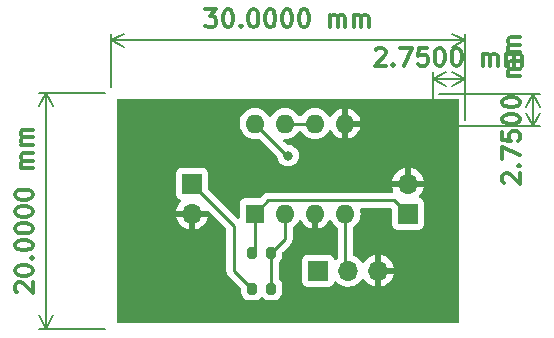
<source format=gtl>
%TF.GenerationSoftware,KiCad,Pcbnew,(6.0.9)*%
%TF.CreationDate,2022-12-02T17:41:07+09:00*%
%TF.ProjectId,inverting_amplifier_circuirt,696e7665-7274-4696-9e67-5f616d706c69,0*%
%TF.SameCoordinates,Original*%
%TF.FileFunction,Copper,L1,Top*%
%TF.FilePolarity,Positive*%
%FSLAX46Y46*%
G04 Gerber Fmt 4.6, Leading zero omitted, Abs format (unit mm)*
G04 Created by KiCad (PCBNEW (6.0.9)) date 2022-12-02 17:41:07*
%MOMM*%
%LPD*%
G01*
G04 APERTURE LIST*
G04 Aperture macros list*
%AMRoundRect*
0 Rectangle with rounded corners*
0 $1 Rounding radius*
0 $2 $3 $4 $5 $6 $7 $8 $9 X,Y pos of 4 corners*
0 Add a 4 corners polygon primitive as box body*
4,1,4,$2,$3,$4,$5,$6,$7,$8,$9,$2,$3,0*
0 Add four circle primitives for the rounded corners*
1,1,$1+$1,$2,$3*
1,1,$1+$1,$4,$5*
1,1,$1+$1,$6,$7*
1,1,$1+$1,$8,$9*
0 Add four rect primitives between the rounded corners*
20,1,$1+$1,$2,$3,$4,$5,0*
20,1,$1+$1,$4,$5,$6,$7,0*
20,1,$1+$1,$6,$7,$8,$9,0*
20,1,$1+$1,$8,$9,$2,$3,0*%
G04 Aperture macros list end*
%ADD10C,0.300000*%
%TA.AperFunction,NonConductor*%
%ADD11C,0.300000*%
%TD*%
%TA.AperFunction,NonConductor*%
%ADD12C,0.200000*%
%TD*%
%TA.AperFunction,ComponentPad*%
%ADD13R,1.600000X1.600000*%
%TD*%
%TA.AperFunction,ComponentPad*%
%ADD14O,1.600000X1.600000*%
%TD*%
%TA.AperFunction,SMDPad,CuDef*%
%ADD15RoundRect,0.200000X0.200000X0.275000X-0.200000X0.275000X-0.200000X-0.275000X0.200000X-0.275000X0*%
%TD*%
%TA.AperFunction,SMDPad,CuDef*%
%ADD16RoundRect,0.200000X-0.200000X-0.275000X0.200000X-0.275000X0.200000X0.275000X-0.200000X0.275000X0*%
%TD*%
%TA.AperFunction,ComponentPad*%
%ADD17R,1.700000X1.700000*%
%TD*%
%TA.AperFunction,ComponentPad*%
%ADD18O,1.700000X1.700000*%
%TD*%
%TA.AperFunction,ComponentPad*%
%ADD19C,3.500000*%
%TD*%
%TA.AperFunction,ViaPad*%
%ADD20C,0.800000*%
%TD*%
%TA.AperFunction,Conductor*%
%ADD21C,0.250000*%
%TD*%
G04 APERTURE END LIST*
D10*
D11*
X149660714Y-60021428D02*
X149732142Y-59950000D01*
X149875000Y-59878571D01*
X150232142Y-59878571D01*
X150375000Y-59950000D01*
X150446428Y-60021428D01*
X150517857Y-60164285D01*
X150517857Y-60307142D01*
X150446428Y-60521428D01*
X149589285Y-61378571D01*
X150517857Y-61378571D01*
X151160714Y-61235714D02*
X151232142Y-61307142D01*
X151160714Y-61378571D01*
X151089285Y-61307142D01*
X151160714Y-61235714D01*
X151160714Y-61378571D01*
X151732142Y-59878571D02*
X152732142Y-59878571D01*
X152089285Y-61378571D01*
X154017857Y-59878571D02*
X153303571Y-59878571D01*
X153232142Y-60592857D01*
X153303571Y-60521428D01*
X153446428Y-60450000D01*
X153803571Y-60450000D01*
X153946428Y-60521428D01*
X154017857Y-60592857D01*
X154089285Y-60735714D01*
X154089285Y-61092857D01*
X154017857Y-61235714D01*
X153946428Y-61307142D01*
X153803571Y-61378571D01*
X153446428Y-61378571D01*
X153303571Y-61307142D01*
X153232142Y-61235714D01*
X155017857Y-59878571D02*
X155160714Y-59878571D01*
X155303571Y-59950000D01*
X155375000Y-60021428D01*
X155446428Y-60164285D01*
X155517857Y-60450000D01*
X155517857Y-60807142D01*
X155446428Y-61092857D01*
X155375000Y-61235714D01*
X155303571Y-61307142D01*
X155160714Y-61378571D01*
X155017857Y-61378571D01*
X154875000Y-61307142D01*
X154803571Y-61235714D01*
X154732142Y-61092857D01*
X154660714Y-60807142D01*
X154660714Y-60450000D01*
X154732142Y-60164285D01*
X154803571Y-60021428D01*
X154875000Y-59950000D01*
X155017857Y-59878571D01*
X156446428Y-59878571D02*
X156589285Y-59878571D01*
X156732142Y-59950000D01*
X156803571Y-60021428D01*
X156875000Y-60164285D01*
X156946428Y-60450000D01*
X156946428Y-60807142D01*
X156875000Y-61092857D01*
X156803571Y-61235714D01*
X156732142Y-61307142D01*
X156589285Y-61378571D01*
X156446428Y-61378571D01*
X156303571Y-61307142D01*
X156232142Y-61235714D01*
X156160714Y-61092857D01*
X156089285Y-60807142D01*
X156089285Y-60450000D01*
X156160714Y-60164285D01*
X156232142Y-60021428D01*
X156303571Y-59950000D01*
X156446428Y-59878571D01*
X158732142Y-61378571D02*
X158732142Y-60378571D01*
X158732142Y-60521428D02*
X158803571Y-60450000D01*
X158946428Y-60378571D01*
X159160714Y-60378571D01*
X159303571Y-60450000D01*
X159375000Y-60592857D01*
X159375000Y-61378571D01*
X159375000Y-60592857D02*
X159446428Y-60450000D01*
X159589285Y-60378571D01*
X159803571Y-60378571D01*
X159946428Y-60450000D01*
X160017857Y-60592857D01*
X160017857Y-61378571D01*
X160732142Y-61378571D02*
X160732142Y-60378571D01*
X160732142Y-60521428D02*
X160803571Y-60450000D01*
X160946428Y-60378571D01*
X161160714Y-60378571D01*
X161303571Y-60450000D01*
X161375000Y-60592857D01*
X161375000Y-61378571D01*
X161375000Y-60592857D02*
X161446428Y-60450000D01*
X161589285Y-60378571D01*
X161803571Y-60378571D01*
X161946428Y-60450000D01*
X162017857Y-60592857D01*
X162017857Y-61378571D01*
D12*
X154500000Y-66000000D02*
X154500000Y-61913580D01*
X157250000Y-66000000D02*
X157250000Y-61913580D01*
X154500000Y-62500000D02*
X157250000Y-62500000D01*
X154500000Y-62500000D02*
X157250000Y-62500000D01*
X154500000Y-62500000D02*
X155626504Y-63086421D01*
X154500000Y-62500000D02*
X155626504Y-61913579D01*
X157250000Y-62500000D02*
X156123496Y-61913579D01*
X157250000Y-62500000D02*
X156123496Y-63086421D01*
D10*
D11*
X160521428Y-71339285D02*
X160450000Y-71267857D01*
X160378571Y-71125000D01*
X160378571Y-70767857D01*
X160450000Y-70625000D01*
X160521428Y-70553571D01*
X160664285Y-70482142D01*
X160807142Y-70482142D01*
X161021428Y-70553571D01*
X161878571Y-71410714D01*
X161878571Y-70482142D01*
X161735714Y-69839285D02*
X161807142Y-69767857D01*
X161878571Y-69839285D01*
X161807142Y-69910714D01*
X161735714Y-69839285D01*
X161878571Y-69839285D01*
X160378571Y-69267857D02*
X160378571Y-68267857D01*
X161878571Y-68910714D01*
X160378571Y-66982142D02*
X160378571Y-67696428D01*
X161092857Y-67767857D01*
X161021428Y-67696428D01*
X160950000Y-67553571D01*
X160950000Y-67196428D01*
X161021428Y-67053571D01*
X161092857Y-66982142D01*
X161235714Y-66910714D01*
X161592857Y-66910714D01*
X161735714Y-66982142D01*
X161807142Y-67053571D01*
X161878571Y-67196428D01*
X161878571Y-67553571D01*
X161807142Y-67696428D01*
X161735714Y-67767857D01*
X160378571Y-65982142D02*
X160378571Y-65839285D01*
X160450000Y-65696428D01*
X160521428Y-65625000D01*
X160664285Y-65553571D01*
X160950000Y-65482142D01*
X161307142Y-65482142D01*
X161592857Y-65553571D01*
X161735714Y-65625000D01*
X161807142Y-65696428D01*
X161878571Y-65839285D01*
X161878571Y-65982142D01*
X161807142Y-66125000D01*
X161735714Y-66196428D01*
X161592857Y-66267857D01*
X161307142Y-66339285D01*
X160950000Y-66339285D01*
X160664285Y-66267857D01*
X160521428Y-66196428D01*
X160450000Y-66125000D01*
X160378571Y-65982142D01*
X160378571Y-64553571D02*
X160378571Y-64410714D01*
X160450000Y-64267857D01*
X160521428Y-64196428D01*
X160664285Y-64125000D01*
X160950000Y-64053571D01*
X161307142Y-64053571D01*
X161592857Y-64125000D01*
X161735714Y-64196428D01*
X161807142Y-64267857D01*
X161878571Y-64410714D01*
X161878571Y-64553571D01*
X161807142Y-64696428D01*
X161735714Y-64767857D01*
X161592857Y-64839285D01*
X161307142Y-64910714D01*
X160950000Y-64910714D01*
X160664285Y-64839285D01*
X160521428Y-64767857D01*
X160450000Y-64696428D01*
X160378571Y-64553571D01*
X161878571Y-62267857D02*
X160878571Y-62267857D01*
X161021428Y-62267857D02*
X160950000Y-62196428D01*
X160878571Y-62053571D01*
X160878571Y-61839285D01*
X160950000Y-61696428D01*
X161092857Y-61625000D01*
X161878571Y-61625000D01*
X161092857Y-61625000D02*
X160950000Y-61553571D01*
X160878571Y-61410714D01*
X160878571Y-61196428D01*
X160950000Y-61053571D01*
X161092857Y-60982142D01*
X161878571Y-60982142D01*
X161878571Y-60267857D02*
X160878571Y-60267857D01*
X161021428Y-60267857D02*
X160950000Y-60196428D01*
X160878571Y-60053571D01*
X160878571Y-59839285D01*
X160950000Y-59696428D01*
X161092857Y-59625000D01*
X161878571Y-59625000D01*
X161092857Y-59625000D02*
X160950000Y-59553571D01*
X160878571Y-59410714D01*
X160878571Y-59196428D01*
X160950000Y-59053571D01*
X161092857Y-58982142D01*
X161878571Y-58982142D01*
D12*
X155000000Y-66500000D02*
X163586420Y-66500000D01*
X155000000Y-63750000D02*
X163586420Y-63750000D01*
X163000000Y-66500000D02*
X163000000Y-63750000D01*
X163000000Y-66500000D02*
X163000000Y-63750000D01*
X163000000Y-66500000D02*
X163586421Y-65373496D01*
X163000000Y-66500000D02*
X162413579Y-65373496D01*
X163000000Y-63750000D02*
X162413579Y-64876504D01*
X163000000Y-63750000D02*
X163586421Y-64876504D01*
D10*
D11*
X119271428Y-80588571D02*
X119200000Y-80517142D01*
X119128571Y-80374285D01*
X119128571Y-80017142D01*
X119200000Y-79874285D01*
X119271428Y-79802857D01*
X119414285Y-79731428D01*
X119557142Y-79731428D01*
X119771428Y-79802857D01*
X120628571Y-80660000D01*
X120628571Y-79731428D01*
X119128571Y-78802857D02*
X119128571Y-78660000D01*
X119200000Y-78517142D01*
X119271428Y-78445714D01*
X119414285Y-78374285D01*
X119700000Y-78302857D01*
X120057142Y-78302857D01*
X120342857Y-78374285D01*
X120485714Y-78445714D01*
X120557142Y-78517142D01*
X120628571Y-78660000D01*
X120628571Y-78802857D01*
X120557142Y-78945714D01*
X120485714Y-79017142D01*
X120342857Y-79088571D01*
X120057142Y-79160000D01*
X119700000Y-79160000D01*
X119414285Y-79088571D01*
X119271428Y-79017142D01*
X119200000Y-78945714D01*
X119128571Y-78802857D01*
X120485714Y-77660000D02*
X120557142Y-77588571D01*
X120628571Y-77660000D01*
X120557142Y-77731428D01*
X120485714Y-77660000D01*
X120628571Y-77660000D01*
X119128571Y-76660000D02*
X119128571Y-76517142D01*
X119200000Y-76374285D01*
X119271428Y-76302857D01*
X119414285Y-76231428D01*
X119700000Y-76160000D01*
X120057142Y-76160000D01*
X120342857Y-76231428D01*
X120485714Y-76302857D01*
X120557142Y-76374285D01*
X120628571Y-76517142D01*
X120628571Y-76660000D01*
X120557142Y-76802857D01*
X120485714Y-76874285D01*
X120342857Y-76945714D01*
X120057142Y-77017142D01*
X119700000Y-77017142D01*
X119414285Y-76945714D01*
X119271428Y-76874285D01*
X119200000Y-76802857D01*
X119128571Y-76660000D01*
X119128571Y-75231428D02*
X119128571Y-75088571D01*
X119200000Y-74945714D01*
X119271428Y-74874285D01*
X119414285Y-74802857D01*
X119700000Y-74731428D01*
X120057142Y-74731428D01*
X120342857Y-74802857D01*
X120485714Y-74874285D01*
X120557142Y-74945714D01*
X120628571Y-75088571D01*
X120628571Y-75231428D01*
X120557142Y-75374285D01*
X120485714Y-75445714D01*
X120342857Y-75517142D01*
X120057142Y-75588571D01*
X119700000Y-75588571D01*
X119414285Y-75517142D01*
X119271428Y-75445714D01*
X119200000Y-75374285D01*
X119128571Y-75231428D01*
X119128571Y-73802857D02*
X119128571Y-73660000D01*
X119200000Y-73517142D01*
X119271428Y-73445714D01*
X119414285Y-73374285D01*
X119700000Y-73302857D01*
X120057142Y-73302857D01*
X120342857Y-73374285D01*
X120485714Y-73445714D01*
X120557142Y-73517142D01*
X120628571Y-73660000D01*
X120628571Y-73802857D01*
X120557142Y-73945714D01*
X120485714Y-74017142D01*
X120342857Y-74088571D01*
X120057142Y-74160000D01*
X119700000Y-74160000D01*
X119414285Y-74088571D01*
X119271428Y-74017142D01*
X119200000Y-73945714D01*
X119128571Y-73802857D01*
X119128571Y-72374285D02*
X119128571Y-72231428D01*
X119200000Y-72088571D01*
X119271428Y-72017142D01*
X119414285Y-71945714D01*
X119700000Y-71874285D01*
X120057142Y-71874285D01*
X120342857Y-71945714D01*
X120485714Y-72017142D01*
X120557142Y-72088571D01*
X120628571Y-72231428D01*
X120628571Y-72374285D01*
X120557142Y-72517142D01*
X120485714Y-72588571D01*
X120342857Y-72660000D01*
X120057142Y-72731428D01*
X119700000Y-72731428D01*
X119414285Y-72660000D01*
X119271428Y-72588571D01*
X119200000Y-72517142D01*
X119128571Y-72374285D01*
X120628571Y-70088571D02*
X119628571Y-70088571D01*
X119771428Y-70088571D02*
X119700000Y-70017142D01*
X119628571Y-69874285D01*
X119628571Y-69660000D01*
X119700000Y-69517142D01*
X119842857Y-69445714D01*
X120628571Y-69445714D01*
X119842857Y-69445714D02*
X119700000Y-69374285D01*
X119628571Y-69231428D01*
X119628571Y-69017142D01*
X119700000Y-68874285D01*
X119842857Y-68802857D01*
X120628571Y-68802857D01*
X120628571Y-68088571D02*
X119628571Y-68088571D01*
X119771428Y-68088571D02*
X119700000Y-68017142D01*
X119628571Y-67874285D01*
X119628571Y-67660000D01*
X119700000Y-67517142D01*
X119842857Y-67445714D01*
X120628571Y-67445714D01*
X119842857Y-67445714D02*
X119700000Y-67374285D01*
X119628571Y-67231428D01*
X119628571Y-67017142D01*
X119700000Y-66874285D01*
X119842857Y-66802857D01*
X120628571Y-66802857D01*
D12*
X126740000Y-63660000D02*
X121163580Y-63660000D01*
X126740000Y-83660000D02*
X121163580Y-83660000D01*
X121750000Y-63660000D02*
X121750000Y-83660000D01*
X121750000Y-63660000D02*
X121750000Y-83660000D01*
X121750000Y-63660000D02*
X121163579Y-64786504D01*
X121750000Y-63660000D02*
X122336421Y-64786504D01*
X121750000Y-83660000D02*
X122336421Y-82533496D01*
X121750000Y-83660000D02*
X121163579Y-82533496D01*
D10*
D11*
X135240000Y-56628571D02*
X136168571Y-56628571D01*
X135668571Y-57200000D01*
X135882857Y-57200000D01*
X136025714Y-57271428D01*
X136097142Y-57342857D01*
X136168571Y-57485714D01*
X136168571Y-57842857D01*
X136097142Y-57985714D01*
X136025714Y-58057142D01*
X135882857Y-58128571D01*
X135454285Y-58128571D01*
X135311428Y-58057142D01*
X135240000Y-57985714D01*
X137097142Y-56628571D02*
X137240000Y-56628571D01*
X137382857Y-56700000D01*
X137454285Y-56771428D01*
X137525714Y-56914285D01*
X137597142Y-57200000D01*
X137597142Y-57557142D01*
X137525714Y-57842857D01*
X137454285Y-57985714D01*
X137382857Y-58057142D01*
X137240000Y-58128571D01*
X137097142Y-58128571D01*
X136954285Y-58057142D01*
X136882857Y-57985714D01*
X136811428Y-57842857D01*
X136740000Y-57557142D01*
X136740000Y-57200000D01*
X136811428Y-56914285D01*
X136882857Y-56771428D01*
X136954285Y-56700000D01*
X137097142Y-56628571D01*
X138240000Y-57985714D02*
X138311428Y-58057142D01*
X138240000Y-58128571D01*
X138168571Y-58057142D01*
X138240000Y-57985714D01*
X138240000Y-58128571D01*
X139240000Y-56628571D02*
X139382857Y-56628571D01*
X139525714Y-56700000D01*
X139597142Y-56771428D01*
X139668571Y-56914285D01*
X139740000Y-57200000D01*
X139740000Y-57557142D01*
X139668571Y-57842857D01*
X139597142Y-57985714D01*
X139525714Y-58057142D01*
X139382857Y-58128571D01*
X139240000Y-58128571D01*
X139097142Y-58057142D01*
X139025714Y-57985714D01*
X138954285Y-57842857D01*
X138882857Y-57557142D01*
X138882857Y-57200000D01*
X138954285Y-56914285D01*
X139025714Y-56771428D01*
X139097142Y-56700000D01*
X139240000Y-56628571D01*
X140668571Y-56628571D02*
X140811428Y-56628571D01*
X140954285Y-56700000D01*
X141025714Y-56771428D01*
X141097142Y-56914285D01*
X141168571Y-57200000D01*
X141168571Y-57557142D01*
X141097142Y-57842857D01*
X141025714Y-57985714D01*
X140954285Y-58057142D01*
X140811428Y-58128571D01*
X140668571Y-58128571D01*
X140525714Y-58057142D01*
X140454285Y-57985714D01*
X140382857Y-57842857D01*
X140311428Y-57557142D01*
X140311428Y-57200000D01*
X140382857Y-56914285D01*
X140454285Y-56771428D01*
X140525714Y-56700000D01*
X140668571Y-56628571D01*
X142097142Y-56628571D02*
X142240000Y-56628571D01*
X142382857Y-56700000D01*
X142454285Y-56771428D01*
X142525714Y-56914285D01*
X142597142Y-57200000D01*
X142597142Y-57557142D01*
X142525714Y-57842857D01*
X142454285Y-57985714D01*
X142382857Y-58057142D01*
X142240000Y-58128571D01*
X142097142Y-58128571D01*
X141954285Y-58057142D01*
X141882857Y-57985714D01*
X141811428Y-57842857D01*
X141740000Y-57557142D01*
X141740000Y-57200000D01*
X141811428Y-56914285D01*
X141882857Y-56771428D01*
X141954285Y-56700000D01*
X142097142Y-56628571D01*
X143525714Y-56628571D02*
X143668571Y-56628571D01*
X143811428Y-56700000D01*
X143882857Y-56771428D01*
X143954285Y-56914285D01*
X144025714Y-57200000D01*
X144025714Y-57557142D01*
X143954285Y-57842857D01*
X143882857Y-57985714D01*
X143811428Y-58057142D01*
X143668571Y-58128571D01*
X143525714Y-58128571D01*
X143382857Y-58057142D01*
X143311428Y-57985714D01*
X143240000Y-57842857D01*
X143168571Y-57557142D01*
X143168571Y-57200000D01*
X143240000Y-56914285D01*
X143311428Y-56771428D01*
X143382857Y-56700000D01*
X143525714Y-56628571D01*
X145811428Y-58128571D02*
X145811428Y-57128571D01*
X145811428Y-57271428D02*
X145882857Y-57200000D01*
X146025714Y-57128571D01*
X146240000Y-57128571D01*
X146382857Y-57200000D01*
X146454285Y-57342857D01*
X146454285Y-58128571D01*
X146454285Y-57342857D02*
X146525714Y-57200000D01*
X146668571Y-57128571D01*
X146882857Y-57128571D01*
X147025714Y-57200000D01*
X147097142Y-57342857D01*
X147097142Y-58128571D01*
X147811428Y-58128571D02*
X147811428Y-57128571D01*
X147811428Y-57271428D02*
X147882857Y-57200000D01*
X148025714Y-57128571D01*
X148240000Y-57128571D01*
X148382857Y-57200000D01*
X148454285Y-57342857D01*
X148454285Y-58128571D01*
X148454285Y-57342857D02*
X148525714Y-57200000D01*
X148668571Y-57128571D01*
X148882857Y-57128571D01*
X149025714Y-57200000D01*
X149097142Y-57342857D01*
X149097142Y-58128571D01*
D12*
X127240000Y-63160000D02*
X127240000Y-58663580D01*
X157240000Y-63160000D02*
X157240000Y-58663580D01*
X127240000Y-59250000D02*
X157240000Y-59250000D01*
X127240000Y-59250000D02*
X157240000Y-59250000D01*
X127240000Y-59250000D02*
X128366504Y-59836421D01*
X127240000Y-59250000D02*
X128366504Y-58663579D01*
X157240000Y-59250000D02*
X156113496Y-58663579D01*
X157240000Y-59250000D02*
X156113496Y-59836421D01*
D13*
%TO.P,U1,1*%
%TO.N,Net-(J2-Pad1)*%
X139456000Y-73904000D03*
D14*
%TO.P,U1,2,-*%
%TO.N,Net-(R1-Pad2)*%
X141996000Y-73904000D03*
%TO.P,U1,3,+*%
%TO.N,GND*%
X144536000Y-73904000D03*
%TO.P,U1,4,V-*%
%TO.N,-12V*%
X147076000Y-73904000D03*
%TO.P,U1,5,+*%
%TO.N,GND*%
X147076000Y-66284000D03*
%TO.P,U1,6,-*%
%TO.N,Net-(U1-Pad6)*%
X144536000Y-66284000D03*
%TO.P,U1,7*%
X141996000Y-66284000D03*
%TO.P,U1,8,V+*%
%TO.N,+12V*%
X139456000Y-66284000D03*
%TD*%
D15*
%TO.P,R2,1*%
%TO.N,Net-(R1-Pad2)*%
X140842000Y-80264000D03*
%TO.P,R2,2*%
%TO.N,Net-(J1-Pad1)*%
X139192000Y-80264000D03*
%TD*%
D16*
%TO.P,R1,1*%
%TO.N,Net-(J2-Pad1)*%
X139192000Y-77216000D03*
%TO.P,R1,2*%
%TO.N,Net-(R1-Pad2)*%
X140842000Y-77216000D03*
%TD*%
D17*
%TO.P,J3,1,Pin_1*%
%TO.N,+12V*%
X144795000Y-78740000D03*
D18*
%TO.P,J3,2,Pin_2*%
%TO.N,-12V*%
X147335000Y-78740000D03*
%TO.P,J3,3,Pin_3*%
%TO.N,GND*%
X149875000Y-78740000D03*
%TD*%
D17*
%TO.P,J2,1,Pin_1*%
%TO.N,Net-(J2-Pad1)*%
X152400000Y-73919000D03*
D18*
%TO.P,J2,2,Pin_2*%
%TO.N,GND*%
X152400000Y-71379000D03*
%TD*%
%TO.P,J1,2,Pin_2*%
%TO.N,GND*%
X134112000Y-73909000D03*
D17*
%TO.P,J1,1,Pin_1*%
%TO.N,Net-(J1-Pad1)*%
X134112000Y-71369000D03*
%TD*%
D19*
%TO.P,REF2,1*%
%TO.N,GND*%
X154500000Y-66500000D03*
%TD*%
%TO.P,REF3,1*%
%TO.N,GND*%
X130000000Y-81000000D03*
%TD*%
%TO.P,REF4,1*%
%TO.N,GND*%
X154500000Y-80750000D03*
%TD*%
%TO.P,REF1,1*%
%TO.N,GND*%
X130000000Y-66500000D03*
%TD*%
D20*
%TO.N,+12V*%
X142250000Y-69000000D03*
%TO.N,GND*%
X131000000Y-71500000D03*
X129000000Y-71500000D03*
X129000000Y-73500000D03*
X131000000Y-73500000D03*
X131000000Y-75500000D03*
X129000000Y-75500000D03*
X129000000Y-77500000D03*
X131000000Y-77500000D03*
X151500000Y-67750000D03*
X149750000Y-67750000D03*
X155000000Y-76750000D03*
X151250000Y-81750000D03*
X133000000Y-81000000D03*
X135000000Y-79250000D03*
X133000000Y-79250000D03*
X135000000Y-77500000D03*
X133000000Y-77500000D03*
X151500000Y-66000000D03*
X149750000Y-66000000D03*
X133750000Y-67500000D03*
X136000000Y-67500000D03*
X136000000Y-65500000D03*
X133750000Y-65500000D03*
X155000000Y-74750000D03*
X155000000Y-72750000D03*
X155000000Y-70750000D03*
X149250000Y-81750000D03*
X147250000Y-81750000D03*
%TD*%
D21*
%TO.N,+12V*%
X142250000Y-69000000D02*
X142172000Y-69000000D01*
X142172000Y-69000000D02*
X139456000Y-66284000D01*
%TO.N,Net-(R1-Pad2)*%
X140842000Y-80264000D02*
X140842000Y-77216000D01*
%TO.N,-12V*%
X147076000Y-78481000D02*
X147335000Y-78740000D01*
X147076000Y-73904000D02*
X147076000Y-78481000D01*
%TO.N,Net-(U1-Pad6)*%
X141996000Y-66284000D02*
X144536000Y-66284000D01*
%TO.N,Net-(R1-Pad2)*%
X141996000Y-76062000D02*
X141996000Y-73904000D01*
X140842000Y-77216000D02*
X141996000Y-76062000D01*
%TO.N,Net-(J2-Pad1)*%
X139192000Y-77216000D02*
X139456000Y-76952000D01*
X139456000Y-76952000D02*
X139456000Y-73904000D01*
%TO.N,Net-(J1-Pad1)*%
X137668000Y-74925000D02*
X137668000Y-78740000D01*
X137668000Y-78740000D02*
X139192000Y-80264000D01*
X134112000Y-71369000D02*
X137668000Y-74925000D01*
%TO.N,Net-(J2-Pad1)*%
X140581000Y-72779000D02*
X151260000Y-72779000D01*
X151260000Y-72779000D02*
X152400000Y-73919000D01*
X139456000Y-73904000D02*
X140581000Y-72779000D01*
%TD*%
%TA.AperFunction,Conductor*%
%TO.N,GND*%
G36*
X129151022Y-64188502D02*
G01*
X129197515Y-64242158D01*
X129207619Y-64312432D01*
X129178125Y-64377012D01*
X129133827Y-64408957D01*
X129134047Y-64409404D01*
X129131389Y-64410715D01*
X129131121Y-64410908D01*
X129130347Y-64411228D01*
X128872282Y-64538492D01*
X128865145Y-64542613D01*
X128625901Y-64702470D01*
X128619361Y-64707488D01*
X128604926Y-64720147D01*
X128596528Y-64733386D01*
X128602362Y-64743151D01*
X129987190Y-66127980D01*
X130001131Y-66135592D01*
X130002966Y-66135461D01*
X130009580Y-66131210D01*
X131395884Y-64744905D01*
X131403399Y-64731144D01*
X131396941Y-64721784D01*
X131380639Y-64707488D01*
X131374099Y-64702470D01*
X131134856Y-64542613D01*
X131127719Y-64538492D01*
X130869653Y-64411229D01*
X130868879Y-64410908D01*
X130868684Y-64410751D01*
X130865953Y-64409404D01*
X130866254Y-64408793D01*
X130813599Y-64366359D01*
X130791179Y-64298996D01*
X130808738Y-64230204D01*
X130860701Y-64181827D01*
X130917099Y-64168500D01*
X153582901Y-64168500D01*
X153651022Y-64188502D01*
X153697515Y-64242158D01*
X153707619Y-64312432D01*
X153678125Y-64377012D01*
X153633827Y-64408957D01*
X153634047Y-64409404D01*
X153631389Y-64410715D01*
X153631121Y-64410908D01*
X153630347Y-64411228D01*
X153372282Y-64538492D01*
X153365145Y-64542613D01*
X153125901Y-64702470D01*
X153119361Y-64707488D01*
X153104926Y-64720147D01*
X153096528Y-64733386D01*
X153102362Y-64743151D01*
X154487190Y-66127980D01*
X154501131Y-66135592D01*
X154502966Y-66135461D01*
X154509580Y-66131210D01*
X155895884Y-64744905D01*
X155903399Y-64731144D01*
X155896941Y-64721784D01*
X155880639Y-64707488D01*
X155874099Y-64702470D01*
X155634856Y-64542613D01*
X155627719Y-64538492D01*
X155369653Y-64411229D01*
X155368879Y-64410908D01*
X155368684Y-64410751D01*
X155365953Y-64409404D01*
X155366254Y-64408793D01*
X155313599Y-64366359D01*
X155291179Y-64298996D01*
X155308738Y-64230204D01*
X155360701Y-64181827D01*
X155417099Y-64168500D01*
X156605500Y-64168500D01*
X156673621Y-64188502D01*
X156720114Y-64242158D01*
X156731500Y-64294500D01*
X156731500Y-65379388D01*
X156711498Y-65447509D01*
X156657842Y-65494002D01*
X156587568Y-65504106D01*
X156522988Y-65474612D01*
X156492494Y-65435116D01*
X156461508Y-65372282D01*
X156457387Y-65365145D01*
X156297530Y-65125901D01*
X156292512Y-65119361D01*
X156279853Y-65104926D01*
X156266614Y-65096528D01*
X156256849Y-65102362D01*
X154872020Y-66487190D01*
X154864408Y-66501131D01*
X154864539Y-66502966D01*
X154868790Y-66509580D01*
X156255095Y-67895884D01*
X156268856Y-67903399D01*
X156278216Y-67896941D01*
X156292512Y-67880639D01*
X156297530Y-67874099D01*
X156457387Y-67634855D01*
X156461508Y-67627718D01*
X156492494Y-67564884D01*
X156540562Y-67512635D01*
X156609248Y-67494668D01*
X156676744Y-67516687D01*
X156721620Y-67571702D01*
X156731500Y-67620612D01*
X156731500Y-79629388D01*
X156711498Y-79697509D01*
X156657842Y-79744002D01*
X156587568Y-79754106D01*
X156522988Y-79724612D01*
X156492494Y-79685116D01*
X156461508Y-79622282D01*
X156457387Y-79615145D01*
X156297530Y-79375901D01*
X156292512Y-79369361D01*
X156279853Y-79354926D01*
X156266614Y-79346528D01*
X156256849Y-79352362D01*
X154872020Y-80737190D01*
X154864408Y-80751131D01*
X154864539Y-80752966D01*
X154868790Y-80759580D01*
X156255095Y-82145884D01*
X156268856Y-82153399D01*
X156278216Y-82146941D01*
X156292512Y-82130639D01*
X156297530Y-82124099D01*
X156457387Y-81884855D01*
X156461508Y-81877718D01*
X156492494Y-81814884D01*
X156540562Y-81762635D01*
X156609248Y-81744668D01*
X156676744Y-81766687D01*
X156721620Y-81821702D01*
X156731500Y-81870612D01*
X156731500Y-83025500D01*
X156711498Y-83093621D01*
X156657842Y-83140114D01*
X156605500Y-83151500D01*
X155213229Y-83151500D01*
X155145108Y-83131498D01*
X155098615Y-83077842D01*
X155088511Y-83007568D01*
X155118005Y-82942988D01*
X155172728Y-82906187D01*
X155362047Y-82841922D01*
X155369651Y-82838772D01*
X155627719Y-82711508D01*
X155634856Y-82707387D01*
X155874099Y-82547530D01*
X155880639Y-82542512D01*
X155895074Y-82529853D01*
X155903472Y-82516614D01*
X155897638Y-82506849D01*
X154512810Y-81122020D01*
X154498869Y-81114408D01*
X154497034Y-81114539D01*
X154490420Y-81118790D01*
X153104116Y-82505095D01*
X153096601Y-82518856D01*
X153103059Y-82528216D01*
X153119361Y-82542512D01*
X153125901Y-82547530D01*
X153365144Y-82707387D01*
X153372281Y-82711508D01*
X153630349Y-82838772D01*
X153637953Y-82841922D01*
X153827272Y-82906187D01*
X153885348Y-82947024D01*
X153912127Y-83012777D01*
X153899106Y-83082569D01*
X153850419Y-83134242D01*
X153786771Y-83151500D01*
X131259712Y-83151500D01*
X131191591Y-83131498D01*
X131145098Y-83077842D01*
X131134994Y-83007568D01*
X131164488Y-82942988D01*
X131189710Y-82920735D01*
X131374099Y-82797530D01*
X131380639Y-82792512D01*
X131395074Y-82779853D01*
X131403472Y-82766614D01*
X131397638Y-82756849D01*
X130012810Y-81372020D01*
X129998869Y-81364408D01*
X129997034Y-81364539D01*
X129990420Y-81368790D01*
X128604116Y-82755095D01*
X128596601Y-82768856D01*
X128603059Y-82778216D01*
X128619361Y-82792512D01*
X128625901Y-82797530D01*
X128810290Y-82920735D01*
X128855818Y-82975212D01*
X128864666Y-83045655D01*
X128834025Y-83109699D01*
X128773623Y-83147010D01*
X128740288Y-83151500D01*
X127874500Y-83151500D01*
X127806379Y-83131498D01*
X127759886Y-83077842D01*
X127748500Y-83025500D01*
X127748500Y-82080056D01*
X127768502Y-82011935D01*
X127822158Y-81965442D01*
X127892432Y-81955338D01*
X127957012Y-81984832D01*
X127987506Y-82024328D01*
X128038492Y-82127718D01*
X128042613Y-82134855D01*
X128202470Y-82374099D01*
X128207488Y-82380639D01*
X128220147Y-82395074D01*
X128233386Y-82403472D01*
X128243151Y-82397638D01*
X129627980Y-81012810D01*
X129634357Y-81001131D01*
X130364408Y-81001131D01*
X130364539Y-81002966D01*
X130368790Y-81009580D01*
X131755095Y-82395884D01*
X131768856Y-82403399D01*
X131778216Y-82396941D01*
X131792512Y-82380639D01*
X131797530Y-82374099D01*
X131957387Y-82134855D01*
X131961508Y-82127718D01*
X132088772Y-81869651D01*
X132091922Y-81862047D01*
X132184412Y-81589580D01*
X132186546Y-81581617D01*
X132242683Y-81299400D01*
X132243756Y-81291249D01*
X132262575Y-81004119D01*
X132262575Y-80995881D01*
X132243756Y-80708751D01*
X132242683Y-80700600D01*
X132186546Y-80418383D01*
X132184412Y-80410420D01*
X132091922Y-80137953D01*
X132088772Y-80130349D01*
X131961508Y-79872282D01*
X131957387Y-79865145D01*
X131797530Y-79625901D01*
X131792512Y-79619361D01*
X131779853Y-79604926D01*
X131766614Y-79596528D01*
X131756849Y-79602362D01*
X130372020Y-80987190D01*
X130364408Y-81001131D01*
X129634357Y-81001131D01*
X129635592Y-80998869D01*
X129635461Y-80997034D01*
X129631210Y-80990420D01*
X128244905Y-79604116D01*
X128231144Y-79596601D01*
X128221784Y-79603059D01*
X128207488Y-79619361D01*
X128202470Y-79625901D01*
X128042613Y-79865145D01*
X128038492Y-79872282D01*
X127987506Y-79975672D01*
X127939438Y-80027921D01*
X127870752Y-80045888D01*
X127803256Y-80023869D01*
X127758380Y-79968854D01*
X127748500Y-79919944D01*
X127748500Y-79233386D01*
X128596528Y-79233386D01*
X128602362Y-79243151D01*
X129987190Y-80627980D01*
X130001131Y-80635592D01*
X130002966Y-80635461D01*
X130009580Y-80631210D01*
X131395884Y-79244905D01*
X131403399Y-79231144D01*
X131396941Y-79221784D01*
X131380639Y-79207488D01*
X131374099Y-79202470D01*
X131134856Y-79042613D01*
X131127719Y-79038492D01*
X130869651Y-78911228D01*
X130862047Y-78908078D01*
X130589580Y-78815588D01*
X130581617Y-78813454D01*
X130299400Y-78757317D01*
X130291249Y-78756244D01*
X130004119Y-78737425D01*
X129995881Y-78737425D01*
X129708751Y-78756244D01*
X129700600Y-78757317D01*
X129418383Y-78813454D01*
X129410420Y-78815588D01*
X129137953Y-78908078D01*
X129130349Y-78911228D01*
X128872282Y-79038492D01*
X128865145Y-79042613D01*
X128625901Y-79202470D01*
X128619361Y-79207488D01*
X128604926Y-79220147D01*
X128596528Y-79233386D01*
X127748500Y-79233386D01*
X127748500Y-74176966D01*
X132780257Y-74176966D01*
X132810565Y-74311446D01*
X132813645Y-74321275D01*
X132893770Y-74518603D01*
X132898413Y-74527794D01*
X133009694Y-74709388D01*
X133015777Y-74717699D01*
X133155213Y-74878667D01*
X133162580Y-74885883D01*
X133326434Y-75021916D01*
X133334881Y-75027831D01*
X133518756Y-75135279D01*
X133528042Y-75139729D01*
X133727001Y-75215703D01*
X133736899Y-75218579D01*
X133840250Y-75239606D01*
X133854299Y-75238410D01*
X133858000Y-75228065D01*
X133858000Y-75227517D01*
X134366000Y-75227517D01*
X134370064Y-75241359D01*
X134383478Y-75243393D01*
X134390184Y-75242534D01*
X134400262Y-75240392D01*
X134604255Y-75179191D01*
X134613842Y-75175433D01*
X134805095Y-75081739D01*
X134813945Y-75076464D01*
X134987328Y-74952792D01*
X134995200Y-74946139D01*
X135146052Y-74795812D01*
X135152730Y-74787965D01*
X135277003Y-74615020D01*
X135282313Y-74606183D01*
X135376670Y-74415267D01*
X135380469Y-74405672D01*
X135442377Y-74201910D01*
X135444555Y-74191837D01*
X135445986Y-74180962D01*
X135443775Y-74166778D01*
X135430617Y-74163000D01*
X134384115Y-74163000D01*
X134368876Y-74167475D01*
X134367671Y-74168865D01*
X134366000Y-74176548D01*
X134366000Y-75227517D01*
X133858000Y-75227517D01*
X133858000Y-74181115D01*
X133853525Y-74165876D01*
X133852135Y-74164671D01*
X133844452Y-74163000D01*
X132795225Y-74163000D01*
X132781694Y-74166973D01*
X132780257Y-74176966D01*
X127748500Y-74176966D01*
X127748500Y-72267134D01*
X132753500Y-72267134D01*
X132760255Y-72329316D01*
X132811385Y-72465705D01*
X132898739Y-72582261D01*
X133015295Y-72669615D01*
X133023704Y-72672767D01*
X133023705Y-72672768D01*
X133132960Y-72713726D01*
X133189725Y-72756367D01*
X133214425Y-72822929D01*
X133199218Y-72892278D01*
X133179825Y-72918759D01*
X133056590Y-73047717D01*
X133050104Y-73055727D01*
X132930098Y-73231649D01*
X132925000Y-73240623D01*
X132835338Y-73433783D01*
X132831775Y-73443470D01*
X132776389Y-73643183D01*
X132777912Y-73651607D01*
X132790292Y-73655000D01*
X135448459Y-73655000D01*
X135448459Y-73659775D01*
X135485133Y-73659792D01*
X135538673Y-73691577D01*
X136997595Y-75150499D01*
X137031621Y-75212811D01*
X137034500Y-75239594D01*
X137034500Y-78661233D01*
X137033973Y-78672416D01*
X137032298Y-78679909D01*
X137032547Y-78687835D01*
X137032547Y-78687836D01*
X137034438Y-78747986D01*
X137034500Y-78751945D01*
X137034500Y-78779856D01*
X137034997Y-78783790D01*
X137034997Y-78783791D01*
X137035005Y-78783856D01*
X137035938Y-78795693D01*
X137037327Y-78839889D01*
X137042978Y-78859339D01*
X137046987Y-78878700D01*
X137049526Y-78898797D01*
X137052445Y-78906168D01*
X137052445Y-78906170D01*
X137065804Y-78939912D01*
X137069649Y-78951142D01*
X137081982Y-78993593D01*
X137086015Y-79000412D01*
X137086017Y-79000417D01*
X137092293Y-79011028D01*
X137100988Y-79028776D01*
X137108448Y-79047617D01*
X137113110Y-79054033D01*
X137113110Y-79054034D01*
X137134436Y-79083387D01*
X137140952Y-79093307D01*
X137163458Y-79131362D01*
X137177779Y-79145683D01*
X137190619Y-79160716D01*
X137202528Y-79177107D01*
X137208634Y-79182158D01*
X137236605Y-79205298D01*
X137245384Y-79213288D01*
X138246595Y-80214499D01*
X138280621Y-80276811D01*
X138283500Y-80303594D01*
X138283501Y-80595634D01*
X138283764Y-80598492D01*
X138283764Y-80598501D01*
X138286473Y-80627980D01*
X138290247Y-80669062D01*
X138341528Y-80832699D01*
X138430361Y-80979381D01*
X138551619Y-81100639D01*
X138698301Y-81189472D01*
X138705548Y-81191743D01*
X138705550Y-81191744D01*
X138771836Y-81212517D01*
X138861938Y-81240753D01*
X138935365Y-81247500D01*
X138938263Y-81247500D01*
X139192665Y-81247499D01*
X139448634Y-81247499D01*
X139451492Y-81247236D01*
X139451501Y-81247236D01*
X139487004Y-81243974D01*
X139522062Y-81240753D01*
X139528447Y-81238752D01*
X139678450Y-81191744D01*
X139678452Y-81191743D01*
X139685699Y-81189472D01*
X139832381Y-81100639D01*
X139927905Y-81005115D01*
X139990217Y-80971089D01*
X140061032Y-80976154D01*
X140106095Y-81005115D01*
X140201619Y-81100639D01*
X140348301Y-81189472D01*
X140355548Y-81191743D01*
X140355550Y-81191744D01*
X140421836Y-81212517D01*
X140511938Y-81240753D01*
X140585365Y-81247500D01*
X140588263Y-81247500D01*
X140842665Y-81247499D01*
X141098634Y-81247499D01*
X141101492Y-81247236D01*
X141101501Y-81247236D01*
X141137004Y-81243974D01*
X141172062Y-81240753D01*
X141178447Y-81238752D01*
X141328450Y-81191744D01*
X141328452Y-81191743D01*
X141335699Y-81189472D01*
X141482381Y-81100639D01*
X141603639Y-80979381D01*
X141692472Y-80832699D01*
X141717098Y-80754119D01*
X152237425Y-80754119D01*
X152256244Y-81041249D01*
X152257317Y-81049400D01*
X152313454Y-81331617D01*
X152315588Y-81339580D01*
X152408078Y-81612047D01*
X152411228Y-81619651D01*
X152538492Y-81877718D01*
X152542613Y-81884855D01*
X152702470Y-82124099D01*
X152707488Y-82130639D01*
X152720147Y-82145074D01*
X152733386Y-82153472D01*
X152743151Y-82147638D01*
X154127980Y-80762810D01*
X154135592Y-80748869D01*
X154135461Y-80747034D01*
X154131210Y-80740420D01*
X152744905Y-79354116D01*
X152731144Y-79346601D01*
X152721784Y-79353059D01*
X152707488Y-79369361D01*
X152702470Y-79375901D01*
X152542613Y-79615145D01*
X152538492Y-79622282D01*
X152411228Y-79880349D01*
X152408078Y-79887953D01*
X152315588Y-80160420D01*
X152313454Y-80168383D01*
X152257317Y-80450600D01*
X152256244Y-80458751D01*
X152237425Y-80745881D01*
X152237425Y-80754119D01*
X141717098Y-80754119D01*
X141743753Y-80669062D01*
X141750500Y-80595635D01*
X141750499Y-79932366D01*
X141743753Y-79858938D01*
X141718119Y-79777139D01*
X141694744Y-79702550D01*
X141694743Y-79702548D01*
X141692472Y-79695301D01*
X141603639Y-79548619D01*
X141512405Y-79457385D01*
X141478379Y-79395073D01*
X141475500Y-79368290D01*
X141475500Y-78111710D01*
X141495502Y-78043589D01*
X141512405Y-78022615D01*
X141603639Y-77931381D01*
X141692472Y-77784699D01*
X141696363Y-77772285D01*
X141715517Y-77711164D01*
X141743753Y-77621062D01*
X141750500Y-77547635D01*
X141750499Y-77255594D01*
X141770501Y-77187475D01*
X141787404Y-77166500D01*
X142388247Y-76565657D01*
X142396537Y-76558113D01*
X142403018Y-76554000D01*
X142449659Y-76504332D01*
X142452413Y-76501491D01*
X142472134Y-76481770D01*
X142474612Y-76478575D01*
X142482318Y-76469553D01*
X142507158Y-76443101D01*
X142512586Y-76437321D01*
X142522346Y-76419568D01*
X142533199Y-76403045D01*
X142540753Y-76393306D01*
X142545613Y-76387041D01*
X142563176Y-76346457D01*
X142568383Y-76335827D01*
X142589695Y-76297060D01*
X142591666Y-76289383D01*
X142591668Y-76289378D01*
X142594732Y-76277442D01*
X142601138Y-76258730D01*
X142606034Y-76247417D01*
X142609181Y-76240145D01*
X142616097Y-76196481D01*
X142618504Y-76184860D01*
X142627528Y-76149711D01*
X142627528Y-76149710D01*
X142629500Y-76142030D01*
X142629500Y-76121769D01*
X142631051Y-76102058D01*
X142632979Y-76089885D01*
X142634219Y-76082057D01*
X142630059Y-76038046D01*
X142629500Y-76026189D01*
X142629500Y-75123394D01*
X142649502Y-75055273D01*
X142683229Y-75020181D01*
X142835789Y-74913357D01*
X142835792Y-74913355D01*
X142840300Y-74910198D01*
X143002198Y-74748300D01*
X143133523Y-74560749D01*
X143135846Y-74555767D01*
X143135849Y-74555762D01*
X143152081Y-74520951D01*
X143198998Y-74467666D01*
X143267275Y-74448205D01*
X143335235Y-74468747D01*
X143380471Y-74520951D01*
X143396586Y-74555511D01*
X143402069Y-74565007D01*
X143527028Y-74743467D01*
X143534084Y-74751875D01*
X143688125Y-74905916D01*
X143696533Y-74912972D01*
X143874993Y-75037931D01*
X143884489Y-75043414D01*
X144081947Y-75135490D01*
X144092239Y-75139236D01*
X144264503Y-75185394D01*
X144278599Y-75185058D01*
X144282000Y-75177116D01*
X144282000Y-73776000D01*
X144302002Y-73707879D01*
X144355658Y-73661386D01*
X144408000Y-73650000D01*
X144664000Y-73650000D01*
X144732121Y-73670002D01*
X144778614Y-73723658D01*
X144790000Y-73776000D01*
X144790000Y-75171967D01*
X144793973Y-75185498D01*
X144802522Y-75186727D01*
X144979761Y-75139236D01*
X144990053Y-75135490D01*
X145187511Y-75043414D01*
X145197007Y-75037931D01*
X145375467Y-74912972D01*
X145383875Y-74905916D01*
X145537916Y-74751875D01*
X145544972Y-74743467D01*
X145669931Y-74565007D01*
X145675414Y-74555511D01*
X145691529Y-74520951D01*
X145738446Y-74467666D01*
X145806723Y-74448205D01*
X145874683Y-74468747D01*
X145919919Y-74520951D01*
X145936151Y-74555762D01*
X145936154Y-74555767D01*
X145938477Y-74560749D01*
X146069802Y-74748300D01*
X146231700Y-74910198D01*
X146236208Y-74913355D01*
X146236211Y-74913357D01*
X146388771Y-75020181D01*
X146433099Y-75075638D01*
X146442500Y-75123394D01*
X146442500Y-77656994D01*
X146422498Y-77725115D01*
X146407595Y-77744044D01*
X146362536Y-77791196D01*
X146349283Y-77805064D01*
X146287759Y-77840494D01*
X146216846Y-77837037D01*
X146159060Y-77795791D01*
X146140207Y-77762243D01*
X146098767Y-77651703D01*
X146095615Y-77643295D01*
X146008261Y-77526739D01*
X145891705Y-77439385D01*
X145755316Y-77388255D01*
X145693134Y-77381500D01*
X143896866Y-77381500D01*
X143834684Y-77388255D01*
X143698295Y-77439385D01*
X143581739Y-77526739D01*
X143494385Y-77643295D01*
X143443255Y-77779684D01*
X143436500Y-77841866D01*
X143436500Y-79638134D01*
X143443255Y-79700316D01*
X143494385Y-79836705D01*
X143581739Y-79953261D01*
X143698295Y-80040615D01*
X143834684Y-80091745D01*
X143896866Y-80098500D01*
X145693134Y-80098500D01*
X145755316Y-80091745D01*
X145891705Y-80040615D01*
X146008261Y-79953261D01*
X146095615Y-79836705D01*
X146117799Y-79777529D01*
X146139598Y-79719382D01*
X146182240Y-79662618D01*
X146248802Y-79637918D01*
X146318150Y-79653126D01*
X146352817Y-79681114D01*
X146381250Y-79713938D01*
X146553126Y-79856632D01*
X146746000Y-79969338D01*
X146954692Y-80049030D01*
X146959760Y-80050061D01*
X146959763Y-80050062D01*
X147054862Y-80069410D01*
X147173597Y-80093567D01*
X147178772Y-80093757D01*
X147178774Y-80093757D01*
X147391673Y-80101564D01*
X147391677Y-80101564D01*
X147396837Y-80101753D01*
X147401957Y-80101097D01*
X147401959Y-80101097D01*
X147613288Y-80074025D01*
X147613289Y-80074025D01*
X147618416Y-80073368D01*
X147623366Y-80071883D01*
X147827429Y-80010661D01*
X147827434Y-80010659D01*
X147832384Y-80009174D01*
X148032994Y-79910896D01*
X148214860Y-79781173D01*
X148373096Y-79623489D01*
X148387777Y-79603059D01*
X148503453Y-79442077D01*
X148504640Y-79442930D01*
X148551960Y-79399362D01*
X148621897Y-79387145D01*
X148687338Y-79414678D01*
X148715166Y-79446511D01*
X148772694Y-79540388D01*
X148778777Y-79548699D01*
X148918213Y-79709667D01*
X148925580Y-79716883D01*
X149089434Y-79852916D01*
X149097881Y-79858831D01*
X149281756Y-79966279D01*
X149291042Y-79970729D01*
X149490001Y-80046703D01*
X149499899Y-80049579D01*
X149603250Y-80070606D01*
X149617299Y-80069410D01*
X149621000Y-80059065D01*
X149621000Y-80058517D01*
X150129000Y-80058517D01*
X150133064Y-80072359D01*
X150146478Y-80074393D01*
X150153184Y-80073534D01*
X150163262Y-80071392D01*
X150367255Y-80010191D01*
X150376842Y-80006433D01*
X150568095Y-79912739D01*
X150576945Y-79907464D01*
X150750328Y-79783792D01*
X150758200Y-79777139D01*
X150909052Y-79626812D01*
X150915730Y-79618965D01*
X151040003Y-79446020D01*
X151045313Y-79437183D01*
X151139670Y-79246267D01*
X151143469Y-79236672D01*
X151205377Y-79032910D01*
X151207555Y-79022837D01*
X151208986Y-79011962D01*
X151206775Y-78997778D01*
X151193617Y-78994000D01*
X150147115Y-78994000D01*
X150131876Y-78998475D01*
X150130671Y-78999865D01*
X150129000Y-79007548D01*
X150129000Y-80058517D01*
X149621000Y-80058517D01*
X149621000Y-78983386D01*
X153096528Y-78983386D01*
X153102362Y-78993151D01*
X154487190Y-80377980D01*
X154501131Y-80385592D01*
X154502966Y-80385461D01*
X154509580Y-80381210D01*
X155895884Y-78994905D01*
X155903399Y-78981144D01*
X155896941Y-78971784D01*
X155880639Y-78957488D01*
X155874099Y-78952470D01*
X155634856Y-78792613D01*
X155627719Y-78788492D01*
X155369651Y-78661228D01*
X155362047Y-78658078D01*
X155089580Y-78565588D01*
X155081617Y-78563454D01*
X154799400Y-78507317D01*
X154791249Y-78506244D01*
X154504119Y-78487425D01*
X154495881Y-78487425D01*
X154208751Y-78506244D01*
X154200600Y-78507317D01*
X153918383Y-78563454D01*
X153910420Y-78565588D01*
X153637953Y-78658078D01*
X153630349Y-78661228D01*
X153372282Y-78788492D01*
X153365145Y-78792613D01*
X153125901Y-78952470D01*
X153119361Y-78957488D01*
X153104926Y-78970147D01*
X153096528Y-78983386D01*
X149621000Y-78983386D01*
X149621000Y-78467885D01*
X150129000Y-78467885D01*
X150133475Y-78483124D01*
X150134865Y-78484329D01*
X150142548Y-78486000D01*
X151193344Y-78486000D01*
X151206875Y-78482027D01*
X151208180Y-78472947D01*
X151166214Y-78305875D01*
X151162894Y-78296124D01*
X151077972Y-78100814D01*
X151073105Y-78091739D01*
X150957426Y-77912926D01*
X150951136Y-77904757D01*
X150807806Y-77747240D01*
X150800273Y-77740215D01*
X150633139Y-77608222D01*
X150624552Y-77602517D01*
X150438117Y-77499599D01*
X150428705Y-77495369D01*
X150227959Y-77424280D01*
X150217988Y-77421646D01*
X150146837Y-77408972D01*
X150133540Y-77410432D01*
X150129000Y-77424989D01*
X150129000Y-78467885D01*
X149621000Y-78467885D01*
X149621000Y-77423102D01*
X149617082Y-77409758D01*
X149602806Y-77407771D01*
X149564324Y-77413660D01*
X149554288Y-77416051D01*
X149351868Y-77482212D01*
X149342359Y-77486209D01*
X149153463Y-77584542D01*
X149144738Y-77590036D01*
X148974433Y-77717905D01*
X148966726Y-77724748D01*
X148819590Y-77878717D01*
X148813109Y-77886722D01*
X148708498Y-78040074D01*
X148653587Y-78085076D01*
X148583062Y-78093247D01*
X148519315Y-78061993D01*
X148498618Y-78037509D01*
X148417822Y-77912617D01*
X148417820Y-77912614D01*
X148415014Y-77908277D01*
X148264670Y-77743051D01*
X148260619Y-77739852D01*
X148260615Y-77739848D01*
X148093414Y-77607800D01*
X148093410Y-77607798D01*
X148089359Y-77604598D01*
X148053028Y-77584542D01*
X147986170Y-77547635D01*
X147893789Y-77496638D01*
X147793441Y-77461103D01*
X147735904Y-77419509D01*
X147709988Y-77353412D01*
X147709500Y-77342330D01*
X147709500Y-75123394D01*
X147729502Y-75055273D01*
X147763229Y-75020181D01*
X147915789Y-74913357D01*
X147915792Y-74913355D01*
X147920300Y-74910198D01*
X148082198Y-74748300D01*
X148213523Y-74560749D01*
X148215846Y-74555767D01*
X148215849Y-74555762D01*
X148307961Y-74358225D01*
X148307961Y-74358224D01*
X148310284Y-74353243D01*
X148319455Y-74319019D01*
X148368119Y-74137402D01*
X148368119Y-74137400D01*
X148369543Y-74132087D01*
X148389498Y-73904000D01*
X148369543Y-73675913D01*
X148341461Y-73571110D01*
X148343151Y-73500135D01*
X148382945Y-73441339D01*
X148448209Y-73413391D01*
X148463168Y-73412500D01*
X150915500Y-73412500D01*
X150983621Y-73432502D01*
X151030114Y-73486158D01*
X151041500Y-73538500D01*
X151041500Y-74817134D01*
X151048255Y-74879316D01*
X151099385Y-75015705D01*
X151186739Y-75132261D01*
X151303295Y-75219615D01*
X151439684Y-75270745D01*
X151501866Y-75277500D01*
X153298134Y-75277500D01*
X153360316Y-75270745D01*
X153496705Y-75219615D01*
X153613261Y-75132261D01*
X153700615Y-75015705D01*
X153751745Y-74879316D01*
X153758500Y-74817134D01*
X153758500Y-73020866D01*
X153751745Y-72958684D01*
X153700615Y-72822295D01*
X153613261Y-72705739D01*
X153496705Y-72618385D01*
X153414698Y-72587642D01*
X153377687Y-72573767D01*
X153320923Y-72531125D01*
X153296223Y-72464564D01*
X153311430Y-72395215D01*
X153332977Y-72366535D01*
X153434052Y-72265812D01*
X153440730Y-72257965D01*
X153565003Y-72085020D01*
X153570313Y-72076183D01*
X153664670Y-71885267D01*
X153668469Y-71875672D01*
X153730377Y-71671910D01*
X153732555Y-71661837D01*
X153733986Y-71650962D01*
X153731775Y-71636778D01*
X153718617Y-71633000D01*
X151083225Y-71633000D01*
X151069694Y-71636973D01*
X151068257Y-71646966D01*
X151098565Y-71781446D01*
X151101645Y-71791275D01*
X151175067Y-71972096D01*
X151182163Y-72042737D01*
X151149941Y-72106001D01*
X151088631Y-72141801D01*
X151058324Y-72145500D01*
X140659767Y-72145500D01*
X140648584Y-72144973D01*
X140641091Y-72143298D01*
X140633165Y-72143547D01*
X140633164Y-72143547D01*
X140573014Y-72145438D01*
X140569055Y-72145500D01*
X140541144Y-72145500D01*
X140537210Y-72145997D01*
X140537209Y-72145997D01*
X140537144Y-72146005D01*
X140525307Y-72146938D01*
X140493490Y-72147938D01*
X140489029Y-72148078D01*
X140481110Y-72148327D01*
X140463454Y-72153456D01*
X140461658Y-72153978D01*
X140442306Y-72157986D01*
X140435235Y-72158880D01*
X140422203Y-72160526D01*
X140414834Y-72163443D01*
X140414832Y-72163444D01*
X140381097Y-72176800D01*
X140369869Y-72180645D01*
X140327407Y-72192982D01*
X140320585Y-72197016D01*
X140320579Y-72197019D01*
X140309968Y-72203294D01*
X140292218Y-72211990D01*
X140280756Y-72216528D01*
X140280751Y-72216531D01*
X140273383Y-72219448D01*
X140255970Y-72232099D01*
X140237625Y-72245427D01*
X140227707Y-72251943D01*
X140217525Y-72257965D01*
X140189637Y-72274458D01*
X140175313Y-72288782D01*
X140160281Y-72301621D01*
X140143893Y-72313528D01*
X140124711Y-72336715D01*
X140115712Y-72347593D01*
X140107722Y-72356373D01*
X139905500Y-72558595D01*
X139843188Y-72592621D01*
X139816405Y-72595500D01*
X138607866Y-72595500D01*
X138545684Y-72602255D01*
X138409295Y-72653385D01*
X138292739Y-72740739D01*
X138205385Y-72857295D01*
X138154255Y-72993684D01*
X138147500Y-73055866D01*
X138147500Y-74204405D01*
X138127498Y-74272526D01*
X138073842Y-74319019D01*
X138003568Y-74329123D01*
X137938988Y-74299629D01*
X137932405Y-74293500D01*
X135507405Y-71868500D01*
X135473379Y-71806188D01*
X135470500Y-71779405D01*
X135470500Y-71113183D01*
X151064389Y-71113183D01*
X151065912Y-71121607D01*
X151078292Y-71125000D01*
X152127885Y-71125000D01*
X152143124Y-71120525D01*
X152144329Y-71119135D01*
X152146000Y-71111452D01*
X152146000Y-71106885D01*
X152654000Y-71106885D01*
X152658475Y-71122124D01*
X152659865Y-71123329D01*
X152667548Y-71125000D01*
X153718344Y-71125000D01*
X153731875Y-71121027D01*
X153733180Y-71111947D01*
X153691214Y-70944875D01*
X153687894Y-70935124D01*
X153602972Y-70739814D01*
X153598105Y-70730739D01*
X153482426Y-70551926D01*
X153476136Y-70543757D01*
X153332806Y-70386240D01*
X153325273Y-70379215D01*
X153158139Y-70247222D01*
X153149552Y-70241517D01*
X152963117Y-70138599D01*
X152953705Y-70134369D01*
X152752959Y-70063280D01*
X152742988Y-70060646D01*
X152671837Y-70047972D01*
X152658540Y-70049432D01*
X152654000Y-70063989D01*
X152654000Y-71106885D01*
X152146000Y-71106885D01*
X152146000Y-70062102D01*
X152142082Y-70048758D01*
X152127806Y-70046771D01*
X152089324Y-70052660D01*
X152079288Y-70055051D01*
X151876868Y-70121212D01*
X151867359Y-70125209D01*
X151678463Y-70223542D01*
X151669738Y-70229036D01*
X151499433Y-70356905D01*
X151491726Y-70363748D01*
X151344590Y-70517717D01*
X151338104Y-70525727D01*
X151218098Y-70701649D01*
X151213000Y-70710623D01*
X151123338Y-70903783D01*
X151119775Y-70913470D01*
X151064389Y-71113183D01*
X135470500Y-71113183D01*
X135470500Y-70470866D01*
X135463745Y-70408684D01*
X135412615Y-70272295D01*
X135325261Y-70155739D01*
X135208705Y-70068385D01*
X135072316Y-70017255D01*
X135010134Y-70010500D01*
X133213866Y-70010500D01*
X133151684Y-70017255D01*
X133015295Y-70068385D01*
X132898739Y-70155739D01*
X132811385Y-70272295D01*
X132760255Y-70408684D01*
X132753500Y-70470866D01*
X132753500Y-72267134D01*
X127748500Y-72267134D01*
X127748500Y-68268856D01*
X128596601Y-68268856D01*
X128603059Y-68278216D01*
X128619361Y-68292512D01*
X128625901Y-68297530D01*
X128865144Y-68457387D01*
X128872281Y-68461508D01*
X129130349Y-68588772D01*
X129137953Y-68591922D01*
X129410420Y-68684412D01*
X129418383Y-68686546D01*
X129700600Y-68742683D01*
X129708751Y-68743756D01*
X129995881Y-68762575D01*
X130004119Y-68762575D01*
X130291249Y-68743756D01*
X130299400Y-68742683D01*
X130581617Y-68686546D01*
X130589580Y-68684412D01*
X130862047Y-68591922D01*
X130869651Y-68588772D01*
X131127719Y-68461508D01*
X131134856Y-68457387D01*
X131374099Y-68297530D01*
X131380639Y-68292512D01*
X131395074Y-68279853D01*
X131403472Y-68266614D01*
X131397638Y-68256849D01*
X130012810Y-66872020D01*
X129998869Y-66864408D01*
X129997034Y-66864539D01*
X129990420Y-66868790D01*
X128604116Y-68255095D01*
X128596601Y-68268856D01*
X127748500Y-68268856D01*
X127748500Y-67580056D01*
X127768502Y-67511935D01*
X127822158Y-67465442D01*
X127892432Y-67455338D01*
X127957012Y-67484832D01*
X127987506Y-67524328D01*
X128038492Y-67627718D01*
X128042613Y-67634855D01*
X128202470Y-67874099D01*
X128207488Y-67880639D01*
X128220147Y-67895074D01*
X128233386Y-67903472D01*
X128243151Y-67897638D01*
X129627980Y-66512810D01*
X129634357Y-66501131D01*
X130364408Y-66501131D01*
X130364539Y-66502966D01*
X130368790Y-66509580D01*
X131755095Y-67895884D01*
X131768856Y-67903399D01*
X131778216Y-67896941D01*
X131792512Y-67880639D01*
X131797530Y-67874099D01*
X131957387Y-67634855D01*
X131961508Y-67627718D01*
X132088772Y-67369651D01*
X132091922Y-67362047D01*
X132184412Y-67089580D01*
X132186546Y-67081617D01*
X132242683Y-66799400D01*
X132243756Y-66791249D01*
X132262575Y-66504119D01*
X132262575Y-66495881D01*
X132248688Y-66284000D01*
X138142502Y-66284000D01*
X138162457Y-66512087D01*
X138163881Y-66517400D01*
X138163881Y-66517402D01*
X138173031Y-66551548D01*
X138221716Y-66733243D01*
X138224039Y-66738224D01*
X138224039Y-66738225D01*
X138316151Y-66935762D01*
X138316154Y-66935767D01*
X138318477Y-66940749D01*
X138449802Y-67128300D01*
X138611700Y-67290198D01*
X138616208Y-67293355D01*
X138616211Y-67293357D01*
X138694389Y-67348098D01*
X138799251Y-67421523D01*
X138804233Y-67423846D01*
X138804238Y-67423849D01*
X139000765Y-67515490D01*
X139006757Y-67518284D01*
X139012065Y-67519706D01*
X139012067Y-67519707D01*
X139222598Y-67576119D01*
X139222600Y-67576119D01*
X139227913Y-67577543D01*
X139456000Y-67597498D01*
X139684087Y-67577543D01*
X139689398Y-67576120D01*
X139689409Y-67576118D01*
X139747541Y-67560541D01*
X139818517Y-67562230D01*
X139869248Y-67593152D01*
X141312039Y-69035944D01*
X141346065Y-69098256D01*
X141348253Y-69111866D01*
X141356458Y-69189928D01*
X141415473Y-69371556D01*
X141510960Y-69536944D01*
X141638747Y-69678866D01*
X141793248Y-69791118D01*
X141799276Y-69793802D01*
X141799278Y-69793803D01*
X141961681Y-69866109D01*
X141967712Y-69868794D01*
X142061112Y-69888647D01*
X142148056Y-69907128D01*
X142148061Y-69907128D01*
X142154513Y-69908500D01*
X142345487Y-69908500D01*
X142351939Y-69907128D01*
X142351944Y-69907128D01*
X142438888Y-69888647D01*
X142532288Y-69868794D01*
X142538319Y-69866109D01*
X142700722Y-69793803D01*
X142700724Y-69793802D01*
X142706752Y-69791118D01*
X142861253Y-69678866D01*
X142989040Y-69536944D01*
X143084527Y-69371556D01*
X143143542Y-69189928D01*
X143163504Y-69000000D01*
X143143542Y-68810072D01*
X143084527Y-68628444D01*
X142989040Y-68463056D01*
X142861253Y-68321134D01*
X142789299Y-68268856D01*
X153096601Y-68268856D01*
X153103059Y-68278216D01*
X153119361Y-68292512D01*
X153125901Y-68297530D01*
X153365144Y-68457387D01*
X153372281Y-68461508D01*
X153630349Y-68588772D01*
X153637953Y-68591922D01*
X153910420Y-68684412D01*
X153918383Y-68686546D01*
X154200600Y-68742683D01*
X154208751Y-68743756D01*
X154495881Y-68762575D01*
X154504119Y-68762575D01*
X154791249Y-68743756D01*
X154799400Y-68742683D01*
X155081617Y-68686546D01*
X155089580Y-68684412D01*
X155362047Y-68591922D01*
X155369651Y-68588772D01*
X155627719Y-68461508D01*
X155634856Y-68457387D01*
X155874099Y-68297530D01*
X155880639Y-68292512D01*
X155895074Y-68279853D01*
X155903472Y-68266614D01*
X155897638Y-68256849D01*
X154512810Y-66872020D01*
X154498869Y-66864408D01*
X154497034Y-66864539D01*
X154490420Y-66868790D01*
X153104116Y-68255095D01*
X153096601Y-68268856D01*
X142789299Y-68268856D01*
X142706752Y-68208882D01*
X142700724Y-68206198D01*
X142700722Y-68206197D01*
X142538319Y-68133891D01*
X142538318Y-68133891D01*
X142532288Y-68131206D01*
X142438888Y-68111353D01*
X142351944Y-68092872D01*
X142351939Y-68092872D01*
X142345487Y-68091500D01*
X142211594Y-68091500D01*
X142143473Y-68071498D01*
X142122499Y-68054595D01*
X141878493Y-67810589D01*
X141844467Y-67748277D01*
X141849532Y-67677462D01*
X141892079Y-67620626D01*
X141958599Y-67595815D01*
X141978570Y-67595974D01*
X141990514Y-67597019D01*
X141990525Y-67597019D01*
X141996000Y-67597498D01*
X142224087Y-67577543D01*
X142229400Y-67576119D01*
X142229402Y-67576119D01*
X142439933Y-67519707D01*
X142439935Y-67519706D01*
X142445243Y-67518284D01*
X142451235Y-67515490D01*
X142647762Y-67423849D01*
X142647767Y-67423846D01*
X142652749Y-67421523D01*
X142757611Y-67348098D01*
X142835789Y-67293357D01*
X142835792Y-67293355D01*
X142840300Y-67290198D01*
X143002198Y-67128300D01*
X143112181Y-66971229D01*
X143167638Y-66926901D01*
X143215394Y-66917500D01*
X143316606Y-66917500D01*
X143384727Y-66937502D01*
X143419819Y-66971229D01*
X143529802Y-67128300D01*
X143691700Y-67290198D01*
X143696208Y-67293355D01*
X143696211Y-67293357D01*
X143774389Y-67348098D01*
X143879251Y-67421523D01*
X143884233Y-67423846D01*
X143884238Y-67423849D01*
X144080765Y-67515490D01*
X144086757Y-67518284D01*
X144092065Y-67519706D01*
X144092067Y-67519707D01*
X144302598Y-67576119D01*
X144302600Y-67576119D01*
X144307913Y-67577543D01*
X144536000Y-67597498D01*
X144764087Y-67577543D01*
X144769400Y-67576119D01*
X144769402Y-67576119D01*
X144979933Y-67519707D01*
X144979935Y-67519706D01*
X144985243Y-67518284D01*
X144991235Y-67515490D01*
X145187762Y-67423849D01*
X145187767Y-67423846D01*
X145192749Y-67421523D01*
X145297611Y-67348098D01*
X145375789Y-67293357D01*
X145375792Y-67293355D01*
X145380300Y-67290198D01*
X145542198Y-67128300D01*
X145673523Y-66940749D01*
X145675846Y-66935767D01*
X145675849Y-66935762D01*
X145692081Y-66900951D01*
X145738998Y-66847666D01*
X145807275Y-66828205D01*
X145875235Y-66848747D01*
X145920471Y-66900951D01*
X145936586Y-66935511D01*
X145942069Y-66945007D01*
X146067028Y-67123467D01*
X146074084Y-67131875D01*
X146228125Y-67285916D01*
X146236533Y-67292972D01*
X146414993Y-67417931D01*
X146424489Y-67423414D01*
X146621947Y-67515490D01*
X146632239Y-67519236D01*
X146804503Y-67565394D01*
X146818599Y-67565058D01*
X146822000Y-67557116D01*
X146822000Y-67551967D01*
X147330000Y-67551967D01*
X147333973Y-67565498D01*
X147342522Y-67566727D01*
X147519761Y-67519236D01*
X147530053Y-67515490D01*
X147727511Y-67423414D01*
X147737007Y-67417931D01*
X147915467Y-67292972D01*
X147923875Y-67285916D01*
X148077916Y-67131875D01*
X148084972Y-67123467D01*
X148209931Y-66945007D01*
X148215414Y-66935511D01*
X148307490Y-66738053D01*
X148311236Y-66727761D01*
X148357394Y-66555497D01*
X148357058Y-66541401D01*
X148349116Y-66538000D01*
X147348115Y-66538000D01*
X147332876Y-66542475D01*
X147331671Y-66543865D01*
X147330000Y-66551548D01*
X147330000Y-67551967D01*
X146822000Y-67551967D01*
X146822000Y-66504119D01*
X152237425Y-66504119D01*
X152256244Y-66791249D01*
X152257317Y-66799400D01*
X152313454Y-67081617D01*
X152315588Y-67089580D01*
X152408078Y-67362047D01*
X152411228Y-67369651D01*
X152538492Y-67627718D01*
X152542613Y-67634855D01*
X152702470Y-67874099D01*
X152707488Y-67880639D01*
X152720147Y-67895074D01*
X152733386Y-67903472D01*
X152743151Y-67897638D01*
X154127980Y-66512810D01*
X154135592Y-66498869D01*
X154135461Y-66497034D01*
X154131210Y-66490420D01*
X152744905Y-65104116D01*
X152731144Y-65096601D01*
X152721784Y-65103059D01*
X152707488Y-65119361D01*
X152702470Y-65125901D01*
X152542613Y-65365145D01*
X152538492Y-65372282D01*
X152411228Y-65630349D01*
X152408078Y-65637953D01*
X152315588Y-65910420D01*
X152313454Y-65918383D01*
X152257317Y-66200600D01*
X152256244Y-66208751D01*
X152237425Y-66495881D01*
X152237425Y-66504119D01*
X146822000Y-66504119D01*
X146822000Y-66011885D01*
X147330000Y-66011885D01*
X147334475Y-66027124D01*
X147335865Y-66028329D01*
X147343548Y-66030000D01*
X148343967Y-66030000D01*
X148357498Y-66026027D01*
X148358727Y-66017478D01*
X148311236Y-65840239D01*
X148307490Y-65829947D01*
X148215414Y-65632489D01*
X148209931Y-65622993D01*
X148084972Y-65444533D01*
X148077916Y-65436125D01*
X147923875Y-65282084D01*
X147915467Y-65275028D01*
X147737007Y-65150069D01*
X147727511Y-65144586D01*
X147530053Y-65052510D01*
X147519761Y-65048764D01*
X147347497Y-65002606D01*
X147333401Y-65002942D01*
X147330000Y-65010884D01*
X147330000Y-66011885D01*
X146822000Y-66011885D01*
X146822000Y-65016033D01*
X146818027Y-65002502D01*
X146809478Y-65001273D01*
X146632239Y-65048764D01*
X146621947Y-65052510D01*
X146424489Y-65144586D01*
X146414993Y-65150069D01*
X146236533Y-65275028D01*
X146228125Y-65282084D01*
X146074084Y-65436125D01*
X146067028Y-65444533D01*
X145942069Y-65622993D01*
X145936586Y-65632489D01*
X145920471Y-65667049D01*
X145873554Y-65720334D01*
X145805277Y-65739795D01*
X145737317Y-65719253D01*
X145692081Y-65667049D01*
X145675849Y-65632238D01*
X145675846Y-65632233D01*
X145673523Y-65627251D01*
X145542198Y-65439700D01*
X145380300Y-65277802D01*
X145375792Y-65274645D01*
X145375789Y-65274643D01*
X145297611Y-65219902D01*
X145192749Y-65146477D01*
X145187767Y-65144154D01*
X145187762Y-65144151D01*
X144990225Y-65052039D01*
X144990224Y-65052039D01*
X144985243Y-65049716D01*
X144979935Y-65048294D01*
X144979933Y-65048293D01*
X144769402Y-64991881D01*
X144769400Y-64991881D01*
X144764087Y-64990457D01*
X144536000Y-64970502D01*
X144307913Y-64990457D01*
X144302600Y-64991881D01*
X144302598Y-64991881D01*
X144092067Y-65048293D01*
X144092065Y-65048294D01*
X144086757Y-65049716D01*
X144081776Y-65052039D01*
X144081775Y-65052039D01*
X143884238Y-65144151D01*
X143884233Y-65144154D01*
X143879251Y-65146477D01*
X143774389Y-65219902D01*
X143696211Y-65274643D01*
X143696208Y-65274645D01*
X143691700Y-65277802D01*
X143529802Y-65439700D01*
X143526645Y-65444208D01*
X143526643Y-65444211D01*
X143419819Y-65596771D01*
X143364362Y-65641099D01*
X143316606Y-65650500D01*
X143215394Y-65650500D01*
X143147273Y-65630498D01*
X143112181Y-65596771D01*
X143005357Y-65444211D01*
X143005355Y-65444208D01*
X143002198Y-65439700D01*
X142840300Y-65277802D01*
X142835792Y-65274645D01*
X142835789Y-65274643D01*
X142757611Y-65219902D01*
X142652749Y-65146477D01*
X142647767Y-65144154D01*
X142647762Y-65144151D01*
X142450225Y-65052039D01*
X142450224Y-65052039D01*
X142445243Y-65049716D01*
X142439935Y-65048294D01*
X142439933Y-65048293D01*
X142229402Y-64991881D01*
X142229400Y-64991881D01*
X142224087Y-64990457D01*
X141996000Y-64970502D01*
X141767913Y-64990457D01*
X141762600Y-64991881D01*
X141762598Y-64991881D01*
X141552067Y-65048293D01*
X141552065Y-65048294D01*
X141546757Y-65049716D01*
X141541776Y-65052039D01*
X141541775Y-65052039D01*
X141344238Y-65144151D01*
X141344233Y-65144154D01*
X141339251Y-65146477D01*
X141234389Y-65219902D01*
X141156211Y-65274643D01*
X141156208Y-65274645D01*
X141151700Y-65277802D01*
X140989802Y-65439700D01*
X140858477Y-65627251D01*
X140856154Y-65632233D01*
X140856151Y-65632238D01*
X140840195Y-65666457D01*
X140793278Y-65719742D01*
X140725001Y-65739203D01*
X140657041Y-65718661D01*
X140611805Y-65666457D01*
X140595849Y-65632238D01*
X140595846Y-65632233D01*
X140593523Y-65627251D01*
X140462198Y-65439700D01*
X140300300Y-65277802D01*
X140295792Y-65274645D01*
X140295789Y-65274643D01*
X140217611Y-65219902D01*
X140112749Y-65146477D01*
X140107767Y-65144154D01*
X140107762Y-65144151D01*
X139910225Y-65052039D01*
X139910224Y-65052039D01*
X139905243Y-65049716D01*
X139899935Y-65048294D01*
X139899933Y-65048293D01*
X139689402Y-64991881D01*
X139689400Y-64991881D01*
X139684087Y-64990457D01*
X139456000Y-64970502D01*
X139227913Y-64990457D01*
X139222600Y-64991881D01*
X139222598Y-64991881D01*
X139012067Y-65048293D01*
X139012065Y-65048294D01*
X139006757Y-65049716D01*
X139001776Y-65052039D01*
X139001775Y-65052039D01*
X138804238Y-65144151D01*
X138804233Y-65144154D01*
X138799251Y-65146477D01*
X138694389Y-65219902D01*
X138616211Y-65274643D01*
X138616208Y-65274645D01*
X138611700Y-65277802D01*
X138449802Y-65439700D01*
X138318477Y-65627251D01*
X138316154Y-65632233D01*
X138316151Y-65632238D01*
X138300195Y-65666457D01*
X138221716Y-65834757D01*
X138162457Y-66055913D01*
X138142502Y-66284000D01*
X132248688Y-66284000D01*
X132243756Y-66208751D01*
X132242683Y-66200600D01*
X132186546Y-65918383D01*
X132184412Y-65910420D01*
X132091922Y-65637953D01*
X132088772Y-65630349D01*
X131961508Y-65372282D01*
X131957387Y-65365145D01*
X131797530Y-65125901D01*
X131792512Y-65119361D01*
X131779853Y-65104926D01*
X131766614Y-65096528D01*
X131756849Y-65102362D01*
X130372020Y-66487190D01*
X130364408Y-66501131D01*
X129634357Y-66501131D01*
X129635592Y-66498869D01*
X129635461Y-66497034D01*
X129631210Y-66490420D01*
X128244905Y-65104116D01*
X128231144Y-65096601D01*
X128221784Y-65103059D01*
X128207488Y-65119361D01*
X128202470Y-65125901D01*
X128042613Y-65365145D01*
X128038492Y-65372282D01*
X127987506Y-65475672D01*
X127939438Y-65527921D01*
X127870752Y-65545888D01*
X127803256Y-65523869D01*
X127758380Y-65468854D01*
X127748500Y-65419944D01*
X127748500Y-64294500D01*
X127768502Y-64226379D01*
X127822158Y-64179886D01*
X127874500Y-64168500D01*
X129082901Y-64168500D01*
X129151022Y-64188502D01*
G37*
%TD.AperFunction*%
%TD*%
%TA.AperFunction,Conductor*%
%TO.N,GND*%
G36*
X132250000Y-69000000D02*
G01*
X127748500Y-69000000D01*
X127748500Y-64294500D01*
X127768502Y-64226379D01*
X127822158Y-64179886D01*
X127874500Y-64168500D01*
X132250000Y-64168500D01*
X132250000Y-69000000D01*
G37*
%TD.AperFunction*%
%TD*%
%TA.AperFunction,Conductor*%
%TO.N,GND*%
G36*
X132500000Y-83151500D02*
G01*
X127874500Y-83151500D01*
X127806379Y-83131498D01*
X127759886Y-83077842D01*
X127748500Y-83025500D01*
X127748500Y-78500000D01*
X132500000Y-78500000D01*
X132500000Y-83151500D01*
G37*
%TD.AperFunction*%
%TD*%
%TA.AperFunction,Conductor*%
%TO.N,GND*%
G36*
X156731500Y-83025500D02*
G01*
X156711498Y-83093621D01*
X156657842Y-83140114D01*
X156605500Y-83151500D01*
X152250000Y-83151500D01*
X152250000Y-78000000D01*
X156731500Y-78000000D01*
X156731500Y-83025500D01*
G37*
%TD.AperFunction*%
%TD*%
%TA.AperFunction,Conductor*%
%TO.N,GND*%
G36*
X156673621Y-64188502D02*
G01*
X156720114Y-64242158D01*
X156731500Y-64294500D01*
X156731500Y-69750000D01*
X151250000Y-69750000D01*
X151250000Y-64168500D01*
X156605500Y-64168500D01*
X156673621Y-64188502D01*
G37*
%TD.AperFunction*%
%TD*%
M02*

</source>
